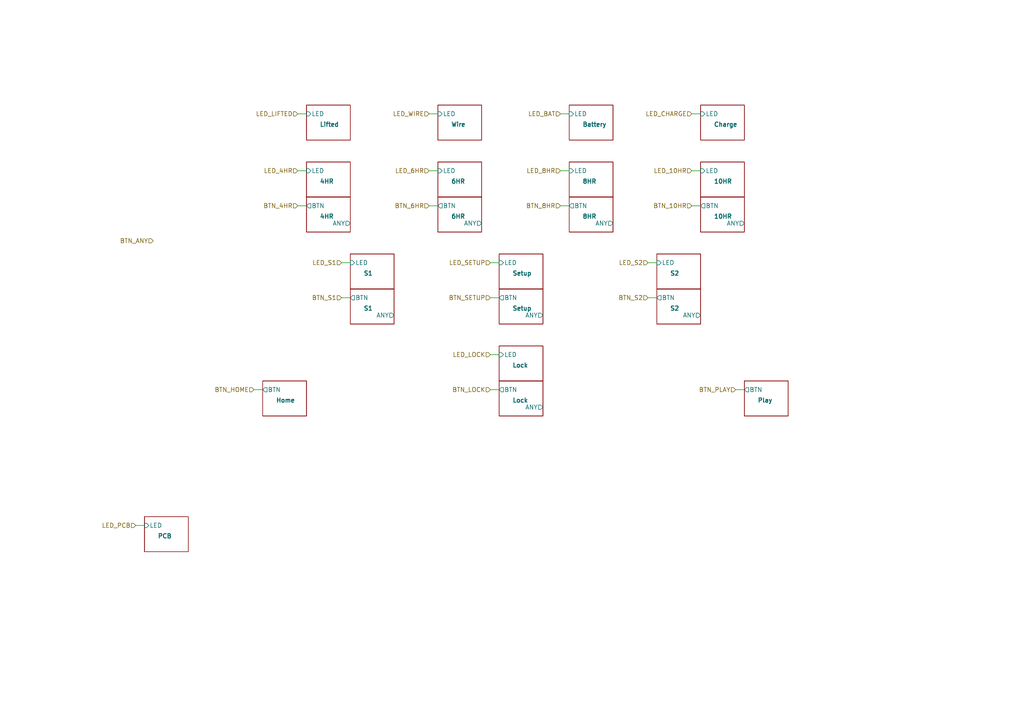
<source format=kicad_sch>
(kicad_sch
	(version 20231120)
	(generator "eeschema")
	(generator_version "8.0")
	(uuid "bd98f40e-28be-4a1f-85df-4b2cead9c550")
	(paper "A4")
	(title_block
		(title "YardForce SA/SC 10Buttons 12LEDs CoverUI")
		(date "2023-10-20")
		(rev "0.1")
		(comment 1 "(c) Apehaenger")
		(comment 2 "For https://openmower.de")
		(comment 3 "RM-ECOW-V1.0.0 2018.06.05 with STM32F030R8T6")
	)
	(lib_symbols)
	(wire
		(pts
			(xy 187.96 86.36) (xy 190.5 86.36)
		)
		(stroke
			(width 0)
			(type default)
		)
		(uuid "1cf7f7d5-3972-4239-a94b-c144d7756424")
	)
	(wire
		(pts
			(xy 213.36 113.03) (xy 215.9 113.03)
		)
		(stroke
			(width 0)
			(type default)
		)
		(uuid "3644216e-c983-42d1-8005-23905367ebdc")
	)
	(wire
		(pts
			(xy 142.24 113.03) (xy 144.78 113.03)
		)
		(stroke
			(width 0)
			(type default)
		)
		(uuid "4d782307-14fb-4b54-bb3f-36ee4f3e12a0")
	)
	(wire
		(pts
			(xy 86.36 33.02) (xy 88.9 33.02)
		)
		(stroke
			(width 0)
			(type default)
		)
		(uuid "4e90abd8-0293-47b0-a946-28ef56b14a34")
	)
	(wire
		(pts
			(xy 39.37 152.4) (xy 41.91 152.4)
		)
		(stroke
			(width 0)
			(type default)
		)
		(uuid "542b040d-a7d1-4bba-a5f6-17e7a15f8aef")
	)
	(wire
		(pts
			(xy 99.06 86.36) (xy 101.6 86.36)
		)
		(stroke
			(width 0)
			(type default)
		)
		(uuid "5705ddef-2775-420a-bd6e-d48918122720")
	)
	(wire
		(pts
			(xy 73.66 113.03) (xy 76.2 113.03)
		)
		(stroke
			(width 0)
			(type default)
		)
		(uuid "573e0b88-294d-4983-ae9d-988dd7861d86")
	)
	(wire
		(pts
			(xy 200.66 49.53) (xy 203.2 49.53)
		)
		(stroke
			(width 0)
			(type default)
		)
		(uuid "6ccd623a-dc7a-4430-a0c8-414bc011b336")
	)
	(wire
		(pts
			(xy 124.46 59.69) (xy 127 59.69)
		)
		(stroke
			(width 0)
			(type default)
		)
		(uuid "80a88de4-ce99-49d9-b91b-4f94eaace4ae")
	)
	(wire
		(pts
			(xy 142.24 86.36) (xy 144.78 86.36)
		)
		(stroke
			(width 0)
			(type default)
		)
		(uuid "9e0af93a-75e8-4fcc-8e4d-b0992caacb5d")
	)
	(wire
		(pts
			(xy 142.24 102.87) (xy 144.78 102.87)
		)
		(stroke
			(width 0)
			(type default)
		)
		(uuid "a3354188-fd9c-480f-ba21-cf17df8a9df3")
	)
	(wire
		(pts
			(xy 142.24 76.2) (xy 144.78 76.2)
		)
		(stroke
			(width 0)
			(type default)
		)
		(uuid "ac94516f-6897-4ca3-b3a8-6c47e64e754f")
	)
	(wire
		(pts
			(xy 86.36 49.53) (xy 88.9 49.53)
		)
		(stroke
			(width 0)
			(type default)
		)
		(uuid "b15d90ab-8ef4-4b51-823e-f6382aeca081")
	)
	(wire
		(pts
			(xy 86.36 59.69) (xy 88.9 59.69)
		)
		(stroke
			(width 0)
			(type default)
		)
		(uuid "c0794e77-15de-45cf-84d5-c6527d2eb802")
	)
	(wire
		(pts
			(xy 187.96 76.2) (xy 190.5 76.2)
		)
		(stroke
			(width 0)
			(type default)
		)
		(uuid "cd6cd0df-6b89-4087-98aa-16793b8020d9")
	)
	(wire
		(pts
			(xy 124.46 49.53) (xy 127 49.53)
		)
		(stroke
			(width 0)
			(type default)
		)
		(uuid "dc8859c9-2630-4b13-8f85-3331b5993ecd")
	)
	(wire
		(pts
			(xy 162.56 59.69) (xy 165.1 59.69)
		)
		(stroke
			(width 0)
			(type default)
		)
		(uuid "e19e2f36-4e31-4be4-b271-0410b0735b76")
	)
	(wire
		(pts
			(xy 124.46 33.02) (xy 127 33.02)
		)
		(stroke
			(width 0)
			(type default)
		)
		(uuid "e725a856-05ed-4c8d-8528-a4a309b4b707")
	)
	(wire
		(pts
			(xy 162.56 49.53) (xy 165.1 49.53)
		)
		(stroke
			(width 0)
			(type default)
		)
		(uuid "e9b7b640-8982-4263-b705-f255eddf56e4")
	)
	(wire
		(pts
			(xy 200.66 59.69) (xy 203.2 59.69)
		)
		(stroke
			(width 0)
			(type default)
		)
		(uuid "eaa63689-5f15-4baa-9bc4-6aaa66c23fa8")
	)
	(wire
		(pts
			(xy 200.66 33.02) (xy 203.2 33.02)
		)
		(stroke
			(width 0)
			(type default)
		)
		(uuid "ed4d0137-d8a6-49d8-8e99-ff5a02b93946")
	)
	(wire
		(pts
			(xy 162.56 33.02) (xy 165.1 33.02)
		)
		(stroke
			(width 0)
			(type default)
		)
		(uuid "f6acb87f-8804-4f5e-a17c-437b1c644021")
	)
	(wire
		(pts
			(xy 99.06 76.2) (xy 101.6 76.2)
		)
		(stroke
			(width 0)
			(type default)
		)
		(uuid "fd7985a8-8fd7-4fb4-87dc-96222886b0c0")
	)
	(hierarchical_label "BTN_HOME"
		(shape input)
		(at 73.66 113.03 180)
		(fields_autoplaced yes)
		(effects
			(font
				(size 1.27 1.27)
			)
			(justify right)
		)
		(uuid "0b480d14-2991-4f86-8837-2a62c42b50b9")
	)
	(hierarchical_label "LED_LIFTED"
		(shape input)
		(at 86.36 33.02 180)
		(fields_autoplaced yes)
		(effects
			(font
				(size 1.27 1.27)
			)
			(justify right)
		)
		(uuid "179fbc6c-4e58-49d8-8034-1778fe7c61ff")
	)
	(hierarchical_label "LED_CHARGE"
		(shape input)
		(at 200.66 33.02 180)
		(fields_autoplaced yes)
		(effects
			(font
				(size 1.27 1.27)
			)
			(justify right)
		)
		(uuid "24881716-3fc9-459f-a552-c71b99585c7f")
	)
	(hierarchical_label "BTN_6HR"
		(shape input)
		(at 124.46 59.69 180)
		(fields_autoplaced yes)
		(effects
			(font
				(size 1.27 1.27)
			)
			(justify right)
		)
		(uuid "255dedc5-3dd8-4913-939d-6883337caca3")
	)
	(hierarchical_label "BTN_LOCK"
		(shape input)
		(at 142.24 113.03 180)
		(fields_autoplaced yes)
		(effects
			(font
				(size 1.27 1.27)
			)
			(justify right)
		)
		(uuid "2db57417-a107-4100-9f69-a27e11259776")
	)
	(hierarchical_label "LED_S2"
		(shape input)
		(at 187.96 76.2 180)
		(fields_autoplaced yes)
		(effects
			(font
				(size 1.27 1.27)
			)
			(justify right)
		)
		(uuid "399d7f2c-f964-4410-b9d8-205a092300d4")
	)
	(hierarchical_label "BTN_SETUP"
		(shape input)
		(at 142.24 86.36 180)
		(fields_autoplaced yes)
		(effects
			(font
				(size 1.27 1.27)
			)
			(justify right)
		)
		(uuid "43143be6-cd81-4685-8945-2e38413f4893")
	)
	(hierarchical_label "BTN_4HR"
		(shape input)
		(at 86.36 59.69 180)
		(fields_autoplaced yes)
		(effects
			(font
				(size 1.27 1.27)
			)
			(justify right)
		)
		(uuid "48721479-cee6-42cf-b7d3-c2ad238e71c4")
	)
	(hierarchical_label "LED_SETUP"
		(shape input)
		(at 142.24 76.2 180)
		(fields_autoplaced yes)
		(effects
			(font
				(size 1.27 1.27)
			)
			(justify right)
		)
		(uuid "4b717be2-650c-4e37-807c-e2ec44da8a75")
	)
	(hierarchical_label "LED_8HR"
		(shape input)
		(at 162.56 49.53 180)
		(fields_autoplaced yes)
		(effects
			(font
				(size 1.27 1.27)
			)
			(justify right)
		)
		(uuid "4bfdc85a-14af-4f8c-83e3-456bb005fbe0")
	)
	(hierarchical_label "BTN_10HR"
		(shape input)
		(at 200.66 59.69 180)
		(fields_autoplaced yes)
		(effects
			(font
				(size 1.27 1.27)
			)
			(justify right)
		)
		(uuid "5528240d-d6fc-4038-9fdd-13212f732123")
	)
	(hierarchical_label "LED_S1"
		(shape input)
		(at 99.06 76.2 180)
		(fields_autoplaced yes)
		(effects
			(font
				(size 1.27 1.27)
			)
			(justify right)
		)
		(uuid "5b44339c-eb39-413b-b304-071930b16e41")
	)
	(hierarchical_label "LED_LOCK"
		(shape input)
		(at 142.24 102.87 180)
		(fields_autoplaced yes)
		(effects
			(font
				(size 1.27 1.27)
			)
			(justify right)
		)
		(uuid "765d948f-24c7-4a9c-ba49-2c8de753309f")
	)
	(hierarchical_label "LED_4HR"
		(shape input)
		(at 86.36 49.53 180)
		(fields_autoplaced yes)
		(effects
			(font
				(size 1.27 1.27)
			)
			(justify right)
		)
		(uuid "86394dea-53ca-4c89-9687-c0c9cede2375")
	)
	(hierarchical_label "BTN_ANY"
		(shape input)
		(at 44.45 69.85 180)
		(fields_autoplaced yes)
		(effects
			(font
				(size 1.27 1.27)
			)
			(justify right)
		)
		(uuid "a35b5b40-636c-4ca0-aecd-b604e3bd215e")
	)
	(hierarchical_label "BTN_S1"
		(shape input)
		(at 99.06 86.36 180)
		(fields_autoplaced yes)
		(effects
			(font
				(size 1.27 1.27)
			)
			(justify right)
		)
		(uuid "a6bfa69d-113b-470b-a47a-69e980d815e5")
	)
	(hierarchical_label "BTN_8HR"
		(shape input)
		(at 162.56 59.69 180)
		(fields_autoplaced yes)
		(effects
			(font
				(size 1.27 1.27)
			)
			(justify right)
		)
		(uuid "b0b67677-2b7c-4919-9a5c-d8ee6d7730b4")
	)
	(hierarchical_label "LED_WIRE"
		(shape input)
		(at 124.46 33.02 180)
		(fields_autoplaced yes)
		(effects
			(font
				(size 1.27 1.27)
			)
			(justify right)
		)
		(uuid "b11ba303-e3d4-40a3-a76a-82084921bdd2")
	)
	(hierarchical_label "LED_PCB"
		(shape input)
		(at 39.37 152.4 180)
		(fields_autoplaced yes)
		(effects
			(font
				(size 1.27 1.27)
			)
			(justify right)
		)
		(uuid "d26756c5-2a43-4a86-bd78-00c2c0434f0b")
	)
	(hierarchical_label "LED_6HR"
		(shape input)
		(at 124.46 49.53 180)
		(fields_autoplaced yes)
		(effects
			(font
				(size 1.27 1.27)
			)
			(justify right)
		)
		(uuid "de252a29-3588-40af-8e18-ac7a1c551380")
	)
	(hierarchical_label "LED_BAT"
		(shape input)
		(at 162.56 33.02 180)
		(fields_autoplaced yes)
		(effects
			(font
				(size 1.27 1.27)
			)
			(justify right)
		)
		(uuid "dea375cd-6670-4528-95f9-20c36e5b4159")
	)
	(hierarchical_label "BTN_S2"
		(shape input)
		(at 187.96 86.36 180)
		(fields_autoplaced yes)
		(effects
			(font
				(size 1.27 1.27)
			)
			(justify right)
		)
		(uuid "e5cd9bd8-9572-47f5-9e41-b4517afb5437")
	)
	(hierarchical_label "LED_10HR"
		(shape input)
		(at 200.66 49.53 180)
		(fields_autoplaced yes)
		(effects
			(font
				(size 1.27 1.27)
			)
			(justify right)
		)
		(uuid "e72965c3-2848-44ac-92ea-26ab4bbd65b6")
	)
	(hierarchical_label "BTN_PLAY"
		(shape input)
		(at 213.36 113.03 180)
		(fields_autoplaced yes)
		(effects
			(font
				(size 1.27 1.27)
			)
			(justify right)
		)
		(uuid "ebb0bc8f-d96c-4b7c-b881-93b69934c28c")
	)
	(sheet
		(at 127 30.48)
		(size 12.7 10.16)
		(stroke
			(width 0.1524)
			(type solid)
		)
		(fill
			(color 0 0 0 0.0000)
		)
		(uuid "042e4969-327d-4173-bf2d-58068743bb39")
		(property "Sheetname" "Wire"
			(at 130.81 36.83 0)
			(effects
				(font
					(size 1.27 1.27)
					(bold yes)
				)
				(justify left bottom)
			)
		)
		(property "Sheetfile" "led.kicad_sch"
			(at 127 41.2246 0)
			(effects
				(font
					(size 1.27 1.27)
				)
				(justify left top)
				(hide yes)
			)
		)
		(pin "LED" input
			(at 127 33.02 180)
			(effects
				(font
					(size 1.27 1.27)
				)
				(justify left)
			)
			(uuid "2ccc3276-2e75-4c29-89fc-9bd20acf49ee")
		)
		(instances
			(project "SA,SC-Type 10Button-12LED Board"
				(path "/105ce5f3-0f5d-4501-a42b-81308b09d139/b9b194e8-2826-4619-83c8-f97e2646d4b1"
					(page "#")
				)
			)
		)
	)
	(sheet
		(at 190.5 83.82)
		(size 12.7 10.16)
		(stroke
			(width 0.1524)
			(type solid)
		)
		(fill
			(color 0 0 0 0.0000)
		)
		(uuid "072824f1-6f70-4c5d-8274-fe1d659d368f")
		(property "Sheetname" "S2"
			(at 194.31 90.17 0)
			(effects
				(font
					(size 1.27 1.27)
					(bold yes)
				)
				(justify left bottom)
			)
		)
		(property "Sheetfile" "btn.kicad_sch"
			(at 190.5 90.7546 0)
			(effects
				(font
					(size 1.27 1.27)
				)
				(justify left top)
				(hide yes)
			)
		)
		(pin "BTN" output
			(at 190.5 86.36 180)
			(effects
				(font
					(size 1.27 1.27)
				)
				(justify left)
			)
			(uuid "f11879a1-b2bc-4afb-8426-6e1395d60556")
		)
		(pin "ANY" output
			(at 203.2 91.44 0)
			(effects
				(font
					(size 1.27 1.27)
				)
				(justify right)
			)
			(uuid "34477ce4-2633-4290-be51-2d7af7f1d720")
		)
		(instances
			(project "SA,SC-Type 10Button-12LED Board"
				(path "/105ce5f3-0f5d-4501-a42b-81308b09d139/b9b194e8-2826-4619-83c8-f97e2646d4b1"
					(page "#")
				)
			)
		)
	)
	(sheet
		(at 101.6 73.66)
		(size 12.7 10.16)
		(stroke
			(width 0.1524)
			(type solid)
		)
		(fill
			(color 0 0 0 0.0000)
		)
		(uuid "0c9217a6-c86f-493f-97ed-25d1c23191d5")
		(property "Sheetname" "S1"
			(at 105.41 80.01 0)
			(effects
				(font
					(size 1.27 1.27)
					(bold yes)
				)
				(justify left bottom)
			)
		)
		(property "Sheetfile" "led.kicad_sch"
			(at 101.6 84.4046 0)
			(effects
				(font
					(size 1.27 1.27)
				)
				(justify left top)
				(hide yes)
			)
		)
		(pin "LED" input
			(at 101.6 76.2 180)
			(effects
				(font
					(size 1.27 1.27)
				)
				(justify left)
			)
			(uuid "74effdae-b01d-4ed4-9cd3-b673a05f6c82")
		)
		(instances
			(project "SA,SC-Type 10Button-12LED Board"
				(path "/105ce5f3-0f5d-4501-a42b-81308b09d139/b9b194e8-2826-4619-83c8-f97e2646d4b1"
					(page "#")
				)
			)
		)
	)
	(sheet
		(at 88.9 30.48)
		(size 12.7 10.16)
		(stroke
			(width 0.1524)
			(type solid)
		)
		(fill
			(color 0 0 0 0.0000)
		)
		(uuid "0d9ecba3-7f72-4bf6-97bb-74f9c16054a8")
		(property "Sheetname" "Lifted"
			(at 92.71 36.83 0)
			(effects
				(font
					(size 1.27 1.27)
					(bold yes)
				)
				(justify left bottom)
			)
		)
		(property "Sheetfile" "led.kicad_sch"
			(at 88.9 41.2246 0)
			(effects
				(font
					(size 1.27 1.27)
				)
				(justify left top)
				(hide yes)
			)
		)
		(pin "LED" input
			(at 88.9 33.02 180)
			(effects
				(font
					(size 1.27 1.27)
				)
				(justify left)
			)
			(uuid "2214867a-84da-4f00-9e23-552c56cf40a3")
		)
		(instances
			(project "SA,SC-Type 10Button-12LED Board"
				(path "/105ce5f3-0f5d-4501-a42b-81308b09d139/b9b194e8-2826-4619-83c8-f97e2646d4b1"
					(page "#")
				)
			)
		)
	)
	(sheet
		(at 190.5 73.66)
		(size 12.7 10.16)
		(stroke
			(width 0.1524)
			(type solid)
		)
		(fill
			(color 0 0 0 0.0000)
		)
		(uuid "0fa4de6b-dd8b-4a2a-8717-4c87d02c07fd")
		(property "Sheetname" "S2"
			(at 194.31 80.01 0)
			(effects
				(font
					(size 1.27 1.27)
					(bold yes)
				)
				(justify left bottom)
			)
		)
		(property "Sheetfile" "led.kicad_sch"
			(at 190.5 84.4046 0)
			(effects
				(font
					(size 1.27 1.27)
				)
				(justify left top)
				(hide yes)
			)
		)
		(pin "LED" input
			(at 190.5 76.2 180)
			(effects
				(font
					(size 1.27 1.27)
				)
				(justify left)
			)
			(uuid "09e269b2-a233-4075-a257-a419e399d7fa")
		)
		(instances
			(project "SA,SC-Type 10Button-12LED Board"
				(path "/105ce5f3-0f5d-4501-a42b-81308b09d139/b9b194e8-2826-4619-83c8-f97e2646d4b1"
					(page "#")
				)
			)
		)
	)
	(sheet
		(at 215.9 110.49)
		(size 12.7 10.16)
		(stroke
			(width 0.1524)
			(type solid)
		)
		(fill
			(color 0 0 0 0.0000)
		)
		(uuid "16f75c6c-100e-4cca-aa77-4c90b010701d")
		(property "Sheetname" "Play"
			(at 219.71 116.84 0)
			(effects
				(font
					(size 1.27 1.27)
					(bold yes)
				)
				(justify left bottom)
			)
		)
		(property "Sheetfile" "btn.kicad_sch"
			(at 215.9 117.4246 0)
			(effects
				(font
					(size 1.27 1.27)
				)
				(justify left top)
				(hide yes)
			)
		)
		(pin "BTN" output
			(at 215.9 113.03 180)
			(effects
				(font
					(size 1.27 1.27)
				)
				(justify left)
			)
			(uuid "28ecb963-23d1-415c-900c-76bb3d13bc05")
		)
		(instances
			(project "SA,SC-Type 10Button-12LED Board"
				(path "/105ce5f3-0f5d-4501-a42b-81308b09d139/b9b194e8-2826-4619-83c8-f97e2646d4b1"
					(page "9")
				)
			)
		)
	)
	(sheet
		(at 203.2 30.48)
		(size 12.7 10.16)
		(stroke
			(width 0.1524)
			(type solid)
		)
		(fill
			(color 0 0 0 0.0000)
		)
		(uuid "1a054df1-92c6-49e4-8438-998a18448335")
		(property "Sheetname" "Charge"
			(at 207.01 36.83 0)
			(effects
				(font
					(size 1.27 1.27)
					(bold yes)
				)
				(justify left bottom)
			)
		)
		(property "Sheetfile" "led.kicad_sch"
			(at 203.2 41.2246 0)
			(effects
				(font
					(size 1.27 1.27)
				)
				(justify left top)
				(hide yes)
			)
		)
		(pin "LED" input
			(at 203.2 33.02 180)
			(effects
				(font
					(size 1.27 1.27)
				)
				(justify left)
			)
			(uuid "69d12de7-15f5-4f33-8943-0f462961b33f")
		)
		(instances
			(project "SA,SC-Type 10Button-12LED Board"
				(path "/105ce5f3-0f5d-4501-a42b-81308b09d139/b9b194e8-2826-4619-83c8-f97e2646d4b1"
					(page "#")
				)
			)
		)
	)
	(sheet
		(at 144.78 83.82)
		(size 12.7 10.16)
		(stroke
			(width 0.1524)
			(type solid)
		)
		(fill
			(color 0 0 0 0.0000)
		)
		(uuid "1f9c8fa6-0e95-4055-8ee5-a384df3a8d30")
		(property "Sheetname" "Setup"
			(at 148.59 90.17 0)
			(effects
				(font
					(size 1.27 1.27)
					(bold yes)
				)
				(justify left bottom)
			)
		)
		(property "Sheetfile" "btn.kicad_sch"
			(at 144.78 90.7546 0)
			(effects
				(font
					(size 1.27 1.27)
				)
				(justify left top)
				(hide yes)
			)
		)
		(pin "BTN" output
			(at 144.78 86.36 180)
			(effects
				(font
					(size 1.27 1.27)
				)
				(justify left)
			)
			(uuid "399cdd69-cc9a-423b-941a-553370df5c98")
		)
		(pin "ANY" output
			(at 157.48 91.44 0)
			(effects
				(font
					(size 1.27 1.27)
				)
				(justify right)
			)
			(uuid "41999f30-166d-480f-b3b9-d62e92361064")
		)
		(instances
			(project "SA,SC-Type 10Button-12LED Board"
				(path "/105ce5f3-0f5d-4501-a42b-81308b09d139/b9b194e8-2826-4619-83c8-f97e2646d4b1"
					(page "7")
				)
			)
		)
	)
	(sheet
		(at 88.9 46.99)
		(size 12.7 10.16)
		(stroke
			(width 0.1524)
			(type solid)
		)
		(fill
			(color 0 0 0 0.0000)
		)
		(uuid "2b2cc9ba-dd55-470b-bfc9-7ca090c57563")
		(property "Sheetname" "4HR"
			(at 92.71 53.34 0)
			(effects
				(font
					(size 1.27 1.27)
					(bold yes)
				)
				(justify left bottom)
			)
		)
		(property "Sheetfile" "led.kicad_sch"
			(at 88.9 57.7346 0)
			(effects
				(font
					(size 1.27 1.27)
				)
				(justify left top)
				(hide yes)
			)
		)
		(pin "LED" input
			(at 88.9 49.53 180)
			(effects
				(font
					(size 1.27 1.27)
				)
				(justify left)
			)
			(uuid "688043b8-c338-41fd-943b-523faf667b1e")
		)
		(instances
			(project "SA,SC-Type 10Button-12LED Board"
				(path "/105ce5f3-0f5d-4501-a42b-81308b09d139/b9b194e8-2826-4619-83c8-f97e2646d4b1"
					(page "#")
				)
			)
		)
	)
	(sheet
		(at 41.91 149.86)
		(size 12.7 10.16)
		(stroke
			(width 0.1524)
			(type solid)
		)
		(fill
			(color 0 0 0 0.0000)
		)
		(uuid "32cecd9d-5638-4a5f-8d74-09fceab348e4")
		(property "Sheetname" "PCB"
			(at 45.72 156.21 0)
			(effects
				(font
					(size 1.27 1.27)
					(bold yes)
				)
				(justify left bottom)
			)
		)
		(property "Sheetfile" "led.kicad_sch"
			(at 41.91 160.6046 0)
			(effects
				(font
					(size 1.27 1.27)
				)
				(justify left top)
				(hide yes)
			)
		)
		(pin "LED" input
			(at 41.91 152.4 180)
			(effects
				(font
					(size 1.27 1.27)
				)
				(justify left)
			)
			(uuid "51f96348-b7fa-47ca-b5a7-bbb71f4a573b")
		)
		(instances
			(project "SA,SC-Type 10Button-12LED Board"
				(path "/105ce5f3-0f5d-4501-a42b-81308b09d139/b9b194e8-2826-4619-83c8-f97e2646d4b1"
					(page "#")
				)
			)
		)
	)
	(sheet
		(at 165.1 57.15)
		(size 12.7 10.16)
		(stroke
			(width 0.1524)
			(type solid)
		)
		(fill
			(color 0 0 0 0.0000)
		)
		(uuid "3f18ef67-c6d0-4eae-8fdf-c33cff7c7af1")
		(property "Sheetname" "8HR"
			(at 168.91 63.5 0)
			(effects
				(font
					(size 1.27 1.27)
					(bold yes)
				)
				(justify left bottom)
			)
		)
		(property "Sheetfile" "btn.kicad_sch"
			(at 165.1 64.0846 0)
			(effects
				(font
					(size 1.27 1.27)
				)
				(justify left top)
				(hide yes)
			)
		)
		(pin "BTN" output
			(at 165.1 59.69 180)
			(effects
				(font
					(size 1.27 1.27)
				)
				(justify left)
			)
			(uuid "a79e3906-441f-48e1-9b70-10982b4cb4f9")
		)
		(pin "ANY" output
			(at 177.8 64.77 0)
			(effects
				(font
					(size 1.27 1.27)
				)
				(justify right)
			)
			(uuid "d9f08512-7aae-41db-89ff-fc951a60b75d")
		)
		(instances
			(project "SA,SC-Type 10Button-12LED Board"
				(path "/105ce5f3-0f5d-4501-a42b-81308b09d139/b9b194e8-2826-4619-83c8-f97e2646d4b1"
					(page "5")
				)
			)
		)
	)
	(sheet
		(at 127 46.99)
		(size 12.7 10.16)
		(stroke
			(width 0.1524)
			(type solid)
		)
		(fill
			(color 0 0 0 0.0000)
		)
		(uuid "5beb5b85-1682-4e05-bb95-70d95a41deec")
		(property "Sheetname" "6HR"
			(at 130.81 53.34 0)
			(effects
				(font
					(size 1.27 1.27)
					(bold yes)
				)
				(justify left bottom)
			)
		)
		(property "Sheetfile" "led.kicad_sch"
			(at 127 57.7346 0)
			(effects
				(font
					(size 1.27 1.27)
				)
				(justify left top)
				(hide yes)
			)
		)
		(pin "LED" input
			(at 127 49.53 180)
			(effects
				(font
					(size 1.27 1.27)
				)
				(justify left)
			)
			(uuid "83049dae-ac97-41ea-89e3-d7888390cd17")
		)
		(instances
			(project "SA,SC-Type 10Button-12LED Board"
				(path "/105ce5f3-0f5d-4501-a42b-81308b09d139/b9b194e8-2826-4619-83c8-f97e2646d4b1"
					(page "#")
				)
			)
		)
	)
	(sheet
		(at 101.6 83.82)
		(size 12.7 10.16)
		(stroke
			(width 0.1524)
			(type solid)
		)
		(fill
			(color 0 0 0 0.0000)
		)
		(uuid "67787c73-84f9-4e8b-bd73-6a943a7bd2c3")
		(property "Sheetname" "S1"
			(at 105.41 90.17 0)
			(effects
				(font
					(size 1.27 1.27)
					(bold yes)
				)
				(justify left bottom)
			)
		)
		(property "Sheetfile" "btn.kicad_sch"
			(at 101.6 90.7546 0)
			(effects
				(font
					(size 1.27 1.27)
				)
				(justify left top)
				(hide yes)
			)
		)
		(pin "BTN" output
			(at 101.6 86.36 180)
			(effects
				(font
					(size 1.27 1.27)
				)
				(justify left)
			)
			(uuid "5813fa7a-d2c4-4456-94f6-a3cc2a77d9b7")
		)
		(pin "ANY" output
			(at 114.3 91.44 0)
			(effects
				(font
					(size 1.27 1.27)
				)
				(justify right)
			)
			(uuid "6198f2d6-815f-43f4-bdbd-1af395087dbb")
		)
		(instances
			(project "SA,SC-Type 10Button-12LED Board"
				(path "/105ce5f3-0f5d-4501-a42b-81308b09d139/b9b194e8-2826-4619-83c8-f97e2646d4b1"
					(page "#")
				)
			)
		)
	)
	(sheet
		(at 88.9 57.15)
		(size 12.7 10.16)
		(stroke
			(width 0.1524)
			(type solid)
		)
		(fill
			(color 0 0 0 0.0000)
		)
		(uuid "68fc2291-23ce-4042-82ba-d439ac818833")
		(property "Sheetname" "4HR"
			(at 92.71 63.5 0)
			(effects
				(font
					(size 1.27 1.27)
					(bold yes)
				)
				(justify left bottom)
			)
		)
		(property "Sheetfile" "btn.kicad_sch"
			(at 88.9 64.0846 0)
			(effects
				(font
					(size 1.27 1.27)
				)
				(justify left top)
				(hide yes)
			)
		)
		(pin "BTN" output
			(at 88.9 59.69 180)
			(effects
				(font
					(size 1.27 1.27)
				)
				(justify left)
			)
			(uuid "892416f5-ad7e-49fa-ac7f-11ddb4b7851e")
		)
		(pin "ANY" output
			(at 101.6 64.77 0)
			(effects
				(font
					(size 1.27 1.27)
				)
				(justify right)
			)
			(uuid "0d329119-2446-4cd9-9f23-127250775b52")
		)
		(instances
			(project "SA,SC-Type 10Button-12LED Board"
				(path "/105ce5f3-0f5d-4501-a42b-81308b09d139/b9b194e8-2826-4619-83c8-f97e2646d4b1"
					(page "#")
				)
			)
		)
	)
	(sheet
		(at 203.2 57.15)
		(size 12.7 10.16)
		(stroke
			(width 0.1524)
			(type solid)
		)
		(fill
			(color 0 0 0 0.0000)
		)
		(uuid "abef5370-15e4-4795-a952-0798cea794ba")
		(property "Sheetname" "10HR"
			(at 207.01 63.5 0)
			(effects
				(font
					(size 1.27 1.27)
					(bold yes)
				)
				(justify left bottom)
			)
		)
		(property "Sheetfile" "btn.kicad_sch"
			(at 203.2 64.0846 0)
			(effects
				(font
					(size 1.27 1.27)
				)
				(justify left top)
				(hide yes)
			)
		)
		(pin "BTN" output
			(at 203.2 59.69 180)
			(effects
				(font
					(size 1.27 1.27)
				)
				(justify left)
			)
			(uuid "5948a79d-2655-46c5-997b-a9fd2d60c8da")
		)
		(pin "ANY" output
			(at 215.9 64.77 0)
			(effects
				(font
					(size 1.27 1.27)
				)
				(justify right)
			)
			(uuid "b1d4fce0-369f-4185-afb1-c0341b586728")
		)
		(instances
			(project "SA,SC-Type 10Button-12LED Board"
				(path "/105ce5f3-0f5d-4501-a42b-81308b09d139/b9b194e8-2826-4619-83c8-f97e2646d4b1"
					(page "6")
				)
			)
		)
	)
	(sheet
		(at 165.1 46.99)
		(size 12.7 10.16)
		(stroke
			(width 0.1524)
			(type solid)
		)
		(fill
			(color 0 0 0 0.0000)
		)
		(uuid "ae820929-9da9-4df3-acf1-6ff3866e5aba")
		(property "Sheetname" "8HR"
			(at 168.91 53.34 0)
			(effects
				(font
					(size 1.27 1.27)
					(bold yes)
				)
				(justify left bottom)
			)
		)
		(property "Sheetfile" "led.kicad_sch"
			(at 165.1 57.7346 0)
			(effects
				(font
					(size 1.27 1.27)
				)
				(justify left top)
				(hide yes)
			)
		)
		(pin "LED" input
			(at 165.1 49.53 180)
			(effects
				(font
					(size 1.27 1.27)
				)
				(justify left)
			)
			(uuid "63562bf9-5852-4ecc-b3d6-127eae07d3c9")
		)
		(instances
			(project "SA,SC-Type 10Button-12LED Board"
				(path "/105ce5f3-0f5d-4501-a42b-81308b09d139/b9b194e8-2826-4619-83c8-f97e2646d4b1"
					(page "#")
				)
			)
		)
	)
	(sheet
		(at 144.78 110.49)
		(size 12.7 10.16)
		(stroke
			(width 0.1524)
			(type solid)
		)
		(fill
			(color 0 0 0 0.0000)
		)
		(uuid "bdf77bd1-b51b-4381-9e62-f13f4ba6b6bc")
		(property "Sheetname" "Lock"
			(at 148.59 116.84 0)
			(effects
				(font
					(size 1.27 1.27)
					(bold yes)
				)
				(justify left bottom)
			)
		)
		(property "Sheetfile" "btn.kicad_sch"
			(at 144.78 117.4246 0)
			(effects
				(font
					(size 1.27 1.27)
				)
				(justify left top)
				(hide yes)
			)
		)
		(pin "BTN" output
			(at 144.78 113.03 180)
			(effects
				(font
					(size 1.27 1.27)
				)
				(justify left)
			)
			(uuid "fdbc1947-21cc-41d0-b705-16bcc4892ad1")
		)
		(pin "ANY" output
			(at 157.48 118.11 0)
			(effects
				(font
					(size 1.27 1.27)
				)
				(justify right)
			)
			(uuid "2402be62-5c0c-4cb6-ad1d-d59014200d6d")
		)
		(instances
			(project "SA,SC-Type 10Button-12LED Board"
				(path "/105ce5f3-0f5d-4501-a42b-81308b09d139/b9b194e8-2826-4619-83c8-f97e2646d4b1"
					(page "#")
				)
			)
		)
	)
	(sheet
		(at 127 57.15)
		(size 12.7 10.16)
		(stroke
			(width 0.1524)
			(type solid)
		)
		(fill
			(color 0 0 0 0.0000)
		)
		(uuid "c3563dfd-5e14-451f-b229-43a13a922ebc")
		(property "Sheetname" "6HR"
			(at 130.81 63.5 0)
			(effects
				(font
					(size 1.27 1.27)
					(bold yes)
				)
				(justify left bottom)
			)
		)
		(property "Sheetfile" "btn.kicad_sch"
			(at 127 64.0846 0)
			(effects
				(font
					(size 1.27 1.27)
				)
				(justify left top)
				(hide yes)
			)
		)
		(pin "BTN" output
			(at 127 59.69 180)
			(effects
				(font
					(size 1.27 1.27)
				)
				(justify left)
			)
			(uuid "ffda9f6b-c4aa-4437-a360-f407b6e92b6b")
		)
		(pin "ANY" output
			(at 139.7 64.77 0)
			(effects
				(font
					(size 1.27 1.27)
				)
				(justify right)
			)
			(uuid "c0e47732-5cc2-42d6-a04b-32079f7e4d5c")
		)
		(instances
			(project "SA,SC-Type 10Button-12LED Board"
				(path "/105ce5f3-0f5d-4501-a42b-81308b09d139/b9b194e8-2826-4619-83c8-f97e2646d4b1"
					(page "4")
				)
			)
		)
	)
	(sheet
		(at 76.2 110.49)
		(size 12.7 10.16)
		(stroke
			(width 0.1524)
			(type solid)
		)
		(fill
			(color 0 0 0 0.0000)
		)
		(uuid "cb986726-e56a-48e5-aed0-312c759afc67")
		(property "Sheetname" "Home"
			(at 80.01 116.84 0)
			(effects
				(font
					(size 1.27 1.27)
					(bold yes)
				)
				(justify left bottom)
			)
		)
		(property "Sheetfile" "btn.kicad_sch"
			(at 76.2 117.4246 0)
			(effects
				(font
					(size 1.27 1.27)
				)
				(justify left top)
				(hide yes)
			)
		)
		(pin "BTN" output
			(at 76.2 113.03 180)
			(effects
				(font
					(size 1.27 1.27)
				)
				(justify left)
			)
			(uuid "ef5f7622-9f51-422e-804b-fe0f7be936cd")
		)
		(instances
			(project "SA,SC-Type 10Button-12LED Board"
				(path "/105ce5f3-0f5d-4501-a42b-81308b09d139/b9b194e8-2826-4619-83c8-f97e2646d4b1"
					(page "#")
				)
			)
		)
	)
	(sheet
		(at 144.78 100.33)
		(size 12.7 10.16)
		(stroke
			(width 0.1524)
			(type solid)
		)
		(fill
			(color 0 0 0 0.0000)
		)
		(uuid "d9f89116-3750-4b50-ac8d-4b852c94145c")
		(property "Sheetname" "Lock"
			(at 148.59 106.68 0)
			(effects
				(font
					(size 1.27 1.27)
					(bold yes)
				)
				(justify left bottom)
			)
		)
		(property "Sheetfile" "led.kicad_sch"
			(at 144.78 111.0746 0)
			(effects
				(font
					(size 1.27 1.27)
				)
				(justify left top)
				(hide yes)
			)
		)
		(pin "LED" input
			(at 144.78 102.87 180)
			(effects
				(font
					(size 1.27 1.27)
				)
				(justify left)
			)
			(uuid "6e90eed8-5e15-4392-a96f-82f1155e96da")
		)
		(instances
			(project "SA,SC-Type 10Button-12LED Board"
				(path "/105ce5f3-0f5d-4501-a42b-81308b09d139/b9b194e8-2826-4619-83c8-f97e2646d4b1"
					(page "#")
				)
			)
		)
	)
	(sheet
		(at 144.78 73.66)
		(size 12.7 10.16)
		(stroke
			(width 0.1524)
			(type solid)
		)
		(fill
			(color 0 0 0 0.0000)
		)
		(uuid "ee7a3882-3a6c-4615-9c99-075b5b7832c4")
		(property "Sheetname" "Setup"
			(at 148.59 80.01 0)
			(effects
				(font
					(size 1.27 1.27)
					(bold yes)
				)
				(justify left bottom)
			)
		)
		(property "Sheetfile" "led.kicad_sch"
			(at 144.78 84.4046 0)
			(effects
				(font
					(size 1.27 1.27)
				)
				(justify left top)
				(hide yes)
			)
		)
		(pin "LED" input
			(at 144.78 76.2 180)
			(effects
				(font
					(size 1.27 1.27)
				)
				(justify left)
			)
			(uuid "2669d597-f59a-48a0-b5c1-01002bbef2e6")
		)
		(instances
			(project "SA,SC-Type 10Button-12LED Board"
				(path "/105ce5f3-0f5d-4501-a42b-81308b09d139/b9b194e8-2826-4619-83c8-f97e2646d4b1"
					(page "8")
				)
			)
		)
	)
	(sheet
		(at 203.2 46.99)
		(size 12.7 10.16)
		(stroke
			(width 0.1524)
			(type solid)
		)
		(fill
			(color 0 0 0 0.0000)
		)
		(uuid "ef4efca2-c9a8-4fed-b9de-33c599342ecf")
		(property "Sheetname" "10HR"
			(at 207.01 53.34 0)
			(effects
				(font
					(size 1.27 1.27)
					(bold yes)
				)
				(justify left bottom)
			)
		)
		(property "Sheetfile" "led.kicad_sch"
			(at 203.2 57.7346 0)
			(effects
				(font
					(size 1.27 1.27)
				)
				(justify left top)
				(hide yes)
			)
		)
		(pin "LED" input
			(at 203.2 49.53 180)
			(effects
				(font
					(size 1.27 1.27)
				)
				(justify left)
			)
			(uuid "5f0ed55d-8f33-4423-a3ba-f21f0f7d384b")
		)
		(instances
			(project "SA,SC-Type 10Button-12LED Board"
				(path "/105ce5f3-0f5d-4501-a42b-81308b09d139/b9b194e8-2826-4619-83c8-f97e2646d4b1"
					(page "#")
				)
			)
		)
	)
	(sheet
		(at 165.1 30.48)
		(size 12.7 10.16)
		(stroke
			(width 0.1524)
			(type solid)
		)
		(fill
			(color 0 0 0 0.0000)
		)
		(uuid "f9ca5fc0-5835-482c-8b2c-00ae0e0f5d20")
		(property "Sheetname" "Battery"
			(at 168.91 36.83 0)
			(effects
				(font
					(size 1.27 1.27)
					(bold yes)
				)
				(justify left bottom)
			)
		)
		(property "Sheetfile" "led.kicad_sch"
			(at 165.1 41.2246 0)
			(effects
				(font
					(size 1.27 1.27)
				)
				(justify left top)
				(hide yes)
			)
		)
		(pin "LED" input
			(at 165.1 33.02 180)
			(effects
				(font
					(size 1.27 1.27)
				)
				(justify left)
			)
			(uuid "e78b6d9e-0d73-4c6a-9b46-8fb02ed4cdbe")
		)
		(instances
			(project "SA,SC-Type 10Button-12LED Board"
				(path "/105ce5f3-0f5d-4501-a42b-81308b09d139/b9b194e8-2826-4619-83c8-f97e2646d4b1"
					(page "#")
				)
			)
		)
	)
)

</source>
